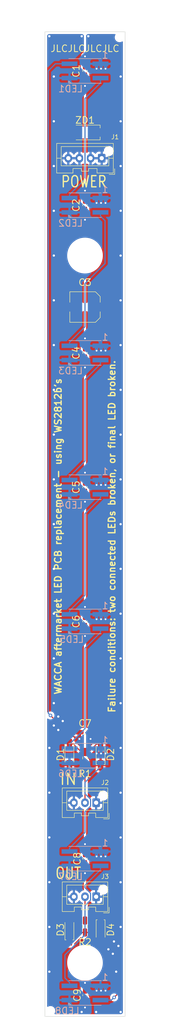
<source format=kicad_pcb>
(kicad_pcb (version 20211014) (generator pcbnew)
  (layers (0 "F.Cu" signal) (31 "B.Cu" signal) (34 "B.Paste" user) (35 "F.Paste" user) (36 "B.SilkS" user "B.Silkscreen") (37 "F.SilkS" user "F.Silkscreen") (38 "B.Mask" user) (39 "F.Mask" user) (44 "Edge.Cuts" user))
  (net 0 "")
  (net 1 "+5V")
  (net 2 "GND")
  (net 3 "Net-(D1-Pad1)")
  (net 4 "Net-(D3-Pad1)")
  (net 5 "Net-(LED1-Pad2)")
  (net 6 "Net-(LED2-Pad2)")
  (net 7 "Net-(LED3-Pad2)")
  (net 8 "Net-(LED4-Pad2)")
  (net 9 "/DATA IN")
  (net 10 "/DATA OUT")
  (net 11 "Net-(LED5-Pad2)")
  (net 12 "Net-(LED6-Pad2)")
  (net 13 "Net-(LED7-Pad2)")
  (footprint "ledpcb:C_0603_1608Metric" (layer "F.Cu") (at 112 205.25 -90)
    (fp_text reference "C9" (at 0 1.75 90) (layer "F.SilkS") (effects (font (size 1.5 1.5) (thickness 0.2))))
    (fp_text value "100nF")
    (fp_line (start -0.14058 -0.51) (end 0.14058 -0.51) (layer "F.SilkS") (width 0.12))
    (fp_line (start -0.14058 0.51) (end 0.14058 0.51) (layer "F.SilkS") (width 0.12))
    (pad "1" smd roundrect (at -1.2875 0 270) (size 1.925 0.95) (layers "F.Cu" "F.Paste" "F.Mask") (net 1 "+5V"))
    (pad "2" smd roundrect (at 1.2875 0 270) (size 1.925 0.95) (layers "F.Cu" "F.Paste" "F.Mask") (net 2 "GND"))
  )
  (footprint "ledpcb:D_SOD-123" (layer "F.Cu") (at 115.5 151.5 90)
    (fp_text reference "D2" (at 0 2.25 90) (layer "F.SilkS") (effects (font (size 1.5 1.5) (thickness 0.2))))
    (fp_text value "1N4148W")
    (fp_line (start -2.25 -1) (end -2.25 -0.75) (layer "F.SilkS") (width 0.12))
    (fp_line (start -2.25 1) (end -2.25 0.75) (layer "F.SilkS") (width 0.12))
    (fp_line (start -2.25 1) (end 1.65 1) (layer "F.SilkS") (width 0.12))
    (fp_line (start -2.25 -1) (end 1.65 -1) (layer "F.SilkS") (width 0.12))
    (pad "1" smd rect (at -2.35 0 90) (size 2.3 1.2) (layers "F.Cu" "F.Paste" "F.Mask") (net 1 "+5V"))
    (pad "2" smd rect (at 2.35 0 90) (size 2.3 1.2) (layers "F.Cu" "F.Paste" "F.Mask") (net 3 "Net-(D1-Pad1)"))
  )
  (footprint "ledpcb:D_SMA" (layer "F.Cu") (at 112 12.5 180)
    (fp_text reference "ZD1" (at 0 2.75) (layer "F.SilkS") (effects (font (size 1.5 1.5) (thickness 0.2))))
    (fp_text value "SMAZ5V6-13-F")
    (fp_line (start -3.4 1.65) (end -3.4 1) (layer "F.SilkS") (width 0.12))
    (fp_line (start -3.4 -1.65) (end 2 -1.65) (layer "F.SilkS") (width 0.12))
    (fp_line (start -3.4 1.65) (end 2 1.65) (layer "F.SilkS") (width 0.12))
    (fp_line (start -3.4 -1.65) (end -3.4 -1) (layer "F.SilkS") (width 0.12))
    (pad "1" smd rect (at -3 0 180) (size 4.5 1.8) (layers "F.Cu" "F.Paste" "F.Mask") (net 1 "+5V"))
    (pad "2" smd rect (at 3 0 180) (size 4.5 1.8) (layers "F.Cu" "F.Paste" "F.Mask") (net 2 "GND"))
  )
  (footprint "ledpcb:C_0603_1608Metric" (layer "F.Cu") (at 112 174.75 -90)
    (fp_text reference "C8" (at 0 1.75 90) (layer "F.SilkS") (effects (font (size 1.5 1.5) (thickness 0.2))))
    (fp_text value "100nF")
    (fp_line (start -0.14058 0.51) (end 0.14058 0.51) (layer "F.SilkS") (width 0.12))
    (fp_line (start -0.14058 -0.51) (end 0.14058 -0.51) (layer "F.SilkS") (width 0.12))
    (pad "1" smd roundrect (at -1.2875 0 270) (size 1.925 0.95) (layers "F.Cu" "F.Paste" "F.Mask") (net 1 "+5V"))
    (pad "2" smd roundrect (at 1.2875 0 270) (size 1.925 0.95) (layers "F.Cu" "F.Paste" "F.Mask") (net 2 "GND"))
  )
  (footprint "ledpcb:C_0603_1608Metric" (layer "F.Cu") (at 112 146.5 180)
    (fp_text reference "C7" (at 0 2) (layer "F.SilkS") (effects (font (size 1.5 1.5) (thickness 0.2))))
    (fp_text value "100nF")
    (fp_line (start -0.14058 0.51) (end 0.14058 0.51) (layer "F.SilkS") (width 0.12))
    (fp_line (start -0.14058 -0.51) (end 0.14058 -0.51) (layer "F.SilkS") (width 0.12))
    (pad "1" smd roundrect (at -1.2875 0 180) (size 1.925 0.95) (layers "F.Cu" "F.Paste" "F.Mask") (net 1 "+5V"))
    (pad "2" smd roundrect (at 1.2875 0 180) (size 1.925 0.95) (layers "F.Cu" "F.Paste" "F.Mask") (net 2 "GND"))
  )
  (footprint "ledpcb:C_0603_1608Metric" (layer "F.Cu") (at 112 121.75 -90)
    (fp_text reference "C6" (at 0 2 90) (layer "F.SilkS") (effects (font (size 1.5 1.5) (thickness 0.2))))
    (fp_text value "100nF")
    (fp_line (start -0.14058 0.51) (end 0.14058 0.51) (layer "F.SilkS") (width 0.12))
    (fp_line (start -0.14058 -0.51) (end 0.14058 -0.51) (layer "F.SilkS") (width 0.12))
    (pad "1" smd roundrect (at -1.2875 0 270) (size 1.925 0.95) (layers "F.Cu" "F.Paste" "F.Mask") (net 1 "+5V"))
    (pad "2" smd roundrect (at 1.2875 0 270) (size 1.925 0.95) (layers "F.Cu" "F.Paste" "F.Mask") (net 2 "GND"))
  )
  (footprint "ledpcb:MountingHole_3.2mm_M3" (layer "F.Cu") (at 112 198 -90)
    (fp_text reference "H2" hide)
    (fp_text value "4mm")
    (pad "" np_thru_hole circle (at 0 0 270) (size 4 4) (drill 4) (layers F&B.Cu *.Mask) (clearance 2))
  )
  (footprint "ledpcb:JST_XA_B04B-XASK-1-A_1x04_P2.50mm_Vertical" (layer "F.Cu") (at 112 18.25)
    (fp_text reference "J1" (at 6.75 -4.75) (layer "F.SilkS"))
    (fp_text value "JST_XA_B04B")
    (fp_line (start 6.66 3.61) (end 6.66 2.36) (layer "F.SilkS") (width 0.12))
    (fp_line (start -2.7 2.31) (end -0.8 2.31) (layer "F.SilkS") (width 0.12))
    (fp_line (start -0.8 2.31) (end -0.8 2.91) (layer "F.SilkS") (width 0.12))
    (fp_line (start -5.35 1.7) (end -5.35 -2.6) (layer "F.SilkS") (width 0.12))
    (fp_line (start -2.7 3.31) (end -2.7 2.31) (layer "F.SilkS") (width 0.12))
    (fp_line (start 6.36 -3.31) (end -6.36 -3.31) (layer "F.SilkS") (width 0.12))
    (fp_line (start 2.7 2.31) (end 2.7 3.31) (layer "F.SilkS") (width 0.12))
    (fp_line (start 5.35 1.7) (end -5.35 1.7) (layer "F.SilkS") (width 0.12))
    (fp_line (start 0.8 2.31) (end 2.7 2.31) (layer "F.SilkS") (width 0.12))
    (fp_line (start 5.35 -0.6) (end 5.35 1.7) (layer "F.SilkS") (width 0.12))
    (fp_line (start 6.36 3.31) (end 6.36 -3.31) (layer "F.SilkS") (width 0.12))
    (fp_line (start 0.8 2.91) (end 0.8 2.31) (layer "F.SilkS") (width 0.12))
    (fp_line (start 2.7 3.31) (end 6.36 3.31) (layer "F.SilkS") (width 0.12))
    (fp_line (start -5.35 -2.6) (end 5.35 -2.6) (layer "F.SilkS") (width 0.12))
    (fp_line (start 6.36 0) (end 5.35 0) (layer "F.SilkS") (width 0.12))
    (fp_line (start -0.8 2.91) (end 0.8 2.91) (layer "F.SilkS") (width 0.12))
    (fp_line (start -6.36 -3.31) (end -6.36 3.31) (layer "F.SilkS") (width 0.12))
    (fp_line (start 5.41 3.61) (end 6.66 3.61) (layer "F.SilkS") (width 0.12))
    (fp_line (start -6.36 3.31) (end -2.7 3.31) (layer "F.SilkS") (width 0.12))
    (fp_line (start -6.36 0) (end -5.35 0) (layer "F.SilkS") (width 0.12))
    (pad "" np_thru_hole circle (at 5.35 -1.6 180) (size 1.25 1.25) (drill 1.25) (layers *.Cu *.Mask))
    (pad "1" thru_hole roundrect (at 3.75 0 180) (size 1.7 1.95) (drill 0.95) (layers *.Cu *.Mask) (roundrect_rratio 0.1470588235) (net 1 "+5V"))
    (pad "2" thru_hole oval (at 1.25 0 180) (size 1.7 1.95) (drill 0.95) (layers *.Cu *.Mask) (net 1 "+5V"))
    (pad "3" thru_hole oval (at -1.25 0 180) (size 1.7 1.95) (drill 0.95) (layers *.Cu *.Mask) (net 2 "GND"))
    (pad "4" thru_hole oval (at -3.75 0 180) (size 1.7 1.95) (drill 0.95) (layers *.Cu *.Mask) (net 2 "GND"))
  )
  (footprint "ledpcb:JLCPCB PCBA tooling hole" (layer "F.Cu") (at 104.25 208.75)
    (fp_text reference "REF**" hide)
    (fp_text value "JLCPCB PCBA tooling hole")
    (pad "" np_thru_hole circle (at 0 0) (size 1.152 1.152) (drill 1.152) (layers F&B.Cu *.Mask))
  )
  (footprint "ledpcb:R_0603_1608Metric" (layer "F.Cu") (at 112 189.9 -90)
    (fp_text reference "R2" (at 3.5 0) (layer "F.SilkS") (effects (font (size 1.5 1.5) (thickness 0.2))))
    (fp_text value "220R")
    (fp_line (start -0.237258 -0.5225) (end 0.237258 -0.5225) (layer "F.SilkS") (width 0.12))
    (fp_line (start -0.237258 0.5225) (end 0.237258 0.5225) (layer "F.SilkS") (width 0.12))
    (pad "1" smd roundrect (at -1.3375 0 270) (size 1.825 0.95) (layers "F.Cu" "F.Paste" "F.Mask") (net 10 "/DATA OUT"))
    (pad "2" smd roundrect (at 1.3375 0 270) (size 1.825 0.95) (layers "F.Cu" "F.Paste" "F.Mask") (net 4 "Net-(D3-Pad1)"))
  )
  (footprint "ledpcb:C_0603_1608Metric" (layer "F.Cu") (at 112 28.75 -90)
    (fp_text reference "C2" (at 0 2 90) (layer "F.SilkS") (effects (font (size 1.5 1.5) (thickness 0.2))))
    (fp_text value "100nF")
    (fp_line (start -0.14058 0.51) (end 0.14058 0.51) (layer "F.SilkS") (width 0.12))
    (fp_line (start -0.14058 -0.51) (end 0.14058 -0.51) (layer "F.SilkS") (width 0.12))
    (pad "1" smd roundrect (at -1.2875 0 270) (size 1.925 0.95) (layers "F.Cu" "F.Paste" "F.Mask") (net 1 "+5V"))
    (pad "2" smd roundrect (at 1.2875 0 270) (size 1.925 0.95) (layers "F.Cu" "F.Paste" "F.Mask") (net 2 "GND"))
  )
  (footprint "ledpcb:D_SOD-123" (layer "F.Cu") (at 115.5 190.65 -90)
    (fp_text reference "D4" (at 0 -2.25 90) (layer "F.SilkS") (effects (font (size 1.5 1.5) (thickness 0.2))))
    (fp_text value "1N4148W")
    (fp_line (start -2.25 1) (end 1.65 1) (layer "F.SilkS") (width 0.12))
    (fp_line (start -2.25 -1) (end 1.65 -1) (layer "F.SilkS") (width 0.12))
    (fp_line (start -2.25 -1) (end -2.25 -0.75) (layer "F.SilkS") (width 0.12))
    (fp_line (start -2.25 1) (end -2.25 0.75) (layer "F.SilkS") (width 0.12))
    (pad "1" smd rect (at -2.35 0 270) (size 2.3 1.2) (layers "F.Cu" "F.Paste" "F.Mask") (net 1 "+5V"))
    (pad "2" smd rect (at 2.35 0 270) (size 2.3 1.2) (layers "F.Cu" "F.Paste" "F.Mask") (net 4 "Net-(D3-Pad1)"))
  )
  (footprint "ledpcb:C_0603_1608Metric" (layer "F.Cu") (at 112 91.75 -90)
    (fp_text reference "C5" (at 0 2 90) (layer "F.SilkS") (effects (font (size 1.5 1.5) (thickness 0.2))))
    (fp_text value "100nF")
    (fp_line (start -0.14058 0.51) (end 0.14058 0.51) (layer "F.SilkS") (width 0.12))
    (fp_line (start -0.14058 -0.51) (end 0.14058 -0.51) (layer "F.SilkS") (width 0.12))
    (pad "1" smd roundrect (at -1.2875 0 270) (size 1.925 0.95) (layers "F.Cu" "F.Paste" "F.Mask") (net 1 "+5V"))
    (pad "2" smd roundrect (at 1.2875 0 270) (size 1.925 0.95) (layers "F.Cu" "F.Paste" "F.Mask") (net 2 "GND"))
  )
  (footprint "ledpcb:D_SOD-123" (layer "F.Cu") (at 108.5 151.5 -90)
    (fp_text reference "D1" (at 0 2 90) (layer "F.SilkS") (effects (font (size 1.5 1.5) (thickness 0.2))))
    (fp_text value "1N4148W")
    (fp_line (start -2.25 1) (end 1.65 1) (layer "F.SilkS") (width 0.12))
    (fp_line (start -2.25 1) (end -2.25 0.75) (layer "F.SilkS") (width 0.12))
    (fp_line (start -2.25 -1) (end -2.25 -0.75) (layer "F.SilkS") (width 0.12))
    (fp_line (start -2.25 -1) (end 1.65 -1) (layer "F.SilkS") (width 0.12))
    (pad "1" smd rect (at -2.35 0 270) (size 2.3 1.2) (layers "F.Cu" "F.Paste" "F.Mask") (net 3 "Net-(D1-Pad1)"))
    (pad "2" smd rect (at 2.35 0 270) (size 2.3 1.2) (layers "F.Cu" "F.Paste" "F.Mask") (net 2 "GND"))
  )
  (footprint "ledpcb:C_0603_1608Metric" (layer "F.Cu") (at 112 -1.25 -90)
    (fp_text reference "C1" (at 0 2 90) (layer "F.SilkS") (effects (font (size 1.5 1.5) (thickness 0.2))))
    (fp_text value "100nF")
    (fp_line (start -0.14058 -0.51) (end 0.14058 -0.51) (layer "F.SilkS") (width 0.12))
    (fp_line (start -0.14058 0.51) (end 0.14058 0.51) (layer "F.SilkS") (width 0.12))
    (pad "1" smd roundrect (at -1.2875 0 270) (size 1.925 0.95) (layers "F.Cu" "F.Paste" "F.Mask") (net 1 "+5V"))
    (pad "2" smd roundrect (at 1.2875 0 270) (size 1.925 0.95) (layers "F.Cu" "F.Paste" "F.Mask") (net 2 "GND"))
  )
  (footprint "ledpcb:C_0603_1608Metric" (layer "F.Cu") (at 112 61.75 -90)
    (fp_text reference "C4" (at 0 2 90) (layer "F.SilkS") (effects (font (size 1.5 1.5) (thickness 0.2))))
    (fp_text value "100nF")
    (fp_line (start -0.14058 0.51) (end 0.14058 0.51) (layer "F.SilkS") (width 0.12))
    (fp_line (start -0.14058 -0.51) (end 0.14058 -0.51) (layer "F.SilkS") (width 0.12))
    (pad "1" smd roundrect (at -1.2875 0 270) (size 1.925 0.95) (layers "F.Cu" "F.Paste" "F.Mask") (net 1 "+5V"))
    (pad "2" smd roundrect (at 1.2875 0 270) (size 1.925 0.95) (layers "F.Cu" "F.Paste" "F.Mask") (net 2 "GND"))
  )
  (footprint "ledpcb:C_Elec_6.3x5.4" (layer "F.Cu") (at 112 51.5 180)
    (fp_text reference "C3" (at 0 5.5) (layer "F.SilkS") (effects (font (size 1.5 1.5) (thickness 0.2))))
    (fp_text value "22uF")
    (fp_line (start -2.345563 3.41) (end 3.41 3.41) (layer "F.SilkS") (width 0.12))
    (fp_line (start -3.41 2.345563) (end -2.345563 3.41) (layer "F.SilkS") (width 0.12))
    (fp_line (start 3.41 3.41) (end 3.41 1.06) (layer "F.SilkS") (width 0.12))
    (fp_line (start 3.41 -3.41) (end 3.41 -1.06) (layer "F.SilkS") (width 0.12))
    (fp_line (start -2.345563 -3.41) (end 3.41 -3.41) (layer "F.SilkS") (width 0.12))
    (fp_line (start -3.41 -2.345563) (end -2.345563 -3.41) (layer "F.SilkS") (width 0.12))
    (fp_line (start -3.41 2.345563) (end -3.41 1.06) (layer "F.SilkS") (width 0.12))
    (fp_line (start -3.41 -2.345563) (end -3.41 -1.06) (layer "F.SilkS") (width 0.12))
    (pad "1" smd roundrect (at -3.5625 0 180) (size 5.375 1.6) (layers "F.Cu" "F.Paste" "F.Mask") (roundrect_rratio 0.15625) (net 1 "+5V"))
    (pad "2" smd roundrect (at 3.5625 0 180) (size 5.375 1.6) (layers "F.Cu" "F.Paste" "F.Mask") (roundrect_rratio 0.15625) (net 2 "GND"))
  )
  (footprint "ledpcb:MountingHole_3.2mm_M3" (layer "F.Cu") (at 112 40 -90)
    (fp_text reference "H1" hide)
    (fp_text value "4mm")
    (pad "" np_thru_hole circle (at 0 0 270) (size 4 4) (drill 4) (layers F&B.Cu *.Mask) (clearance 2))
  )
  (footprint "ledpcb:D_SOD-123" (layer "F.Cu") (at 108.5 190.65 90)
    (fp_text reference "D3" (at 0 -2 90) (layer "F.SilkS") (effects (font (size 1.5 1.5) (thickness 0.2))))
    (fp_text value "1N4148W")
    (fp_line (start -2.25 -1) (end 1.65 -1) (layer "F.SilkS") (width 0.12))
    (fp_line (start -2.25 1) (end -2.25 0.75) (layer "F.SilkS") (width 0.12))
    (fp_line (start -2.25 1) (end 1.65 1) (layer "F.SilkS") (width 0.12))
    (fp_line (start -2.25 -1) (end -2.25 -0.75) (layer "F.SilkS") (width 0.12))
    (pad "1" smd rect (at -2.35 0 90) (size 2.3 1.2) (layers "F.Cu" "F.Paste" "F.Mask") (net 4 "Net-(D3-Pad1)"))
    (pad "2" smd rect (at 2.35 0 90) (size 2.3 1.2) (layers "F.Cu" "F.Paste" "F.Mask") (net 2 "GND"))
  )
  (footprint "ledpcb:JST_XA_B03B-XASK-1-A_1x03_P2.50mm_Vertical" (layer "F.Cu") (at 112 183.25)
    (fp_text reference "J3" (at 4.5 -4.5) (layer "F.SilkS"))
    (fp_text value "JST_XA_B03B")
    (fp_line (start 5.41 3.61) (end 5.41 2.36) (layer "F.SilkS") (width 0.12))
    (fp_line (start 0.8 2.31) (end 2.4 2.31) (layer "F.SilkS") (width 0.12))
    (fp_line (start -5.11 0) (end -4.1 0) (layer "F.SilkS") (width 0.12))
    (fp_line (start 4.1 1.7) (end -4.1 1.7) (layer "F.SilkS") (width 0.12))
    (fp_line (start -4.1 1.7) (end -4.1 -2.6) (layer "F.SilkS") (width 0.12))
    (fp_line (start 5.11 3.31) (end 5.11 -3.31) (layer "F.SilkS") (width 0.12))
    (fp_line (start 5.11 -3.31) (end -5.11 -3.31) (layer "F.SilkS") (width 0.12))
    (fp_line (start 2.4 3.31) (end 5.11 3.31) (layer "F.SilkS") (width 0.12))
    (fp_line (start -5.11 -3.31) (end -5.11 3.31) (layer "F.SilkS") (width 0.12))
    (fp_line (start -4.1 -2.6) (end 4.1 -2.6) (layer "F.SilkS") (width 0.12))
    (fp_line (start -0.8 2.31) (end -0.8 2.91) (layer "F.SilkS") (width 0.12))
    (fp_line (start 5.11 0) (end 4.1 0) (layer "F.SilkS") (width 0.12))
    (fp_line (start -5.11 3.31) (end -2.4 3.31) (layer "F.SilkS") (width 0.12))
    (fp_line (start 4.16 3.61) (end 5.41 3.61) (layer "F.SilkS") (width 0.12))
    (fp_line (start -0.8 2.91) (end 0.8 2.91) (layer "F.SilkS") (width 0.12))
    (fp_line (start 0.8 2.91) (end 0.8 2.31) (layer "F.SilkS") (width 0.12))
    (fp_line (start 4.1 -0.6) (end 4.1 1.7) (layer "F.SilkS") (width 0.12))
    (fp_line (start -2.4 2.31) (end -0.8 2.31) (layer "F.SilkS") (width 0.12))
    (fp_line (start 2.4 2.31) (end 2.4 3.31) (layer "F.SilkS") (width 0.12))
    (fp_line (start -2.4 3.31) (end -2.4 2.31) (layer "F.SilkS") (width 0.12))
    (pad "" np_thru_hole circle (at 4.1 -1.6 180) (size 1.25 1.25) (drill 1.25) (layers *.Cu *.Mask))
    (pad "1" thru_hole roundrect (at 2.5 0 180) (size 1.7 1.95) (drill 0.95) (layers *.Cu *.Mask) (roundrect_rratio 0.1470588235) (net 1 "+5V"))
    (pad "2" thru_hole oval (at 0 0 180) (size 1.7 1.95) (drill 0.95) (layers *.Cu *.Mask) (net 10 "/DATA OUT"))
    (pad "3" thru_hole oval (at -2.5 0 180) (size 1.7 1.95) (drill 0.95) (layers *.Cu *.Mask) (net 2 "GND"))
  )
  (footprint "ledpcb:JST_XA_B03B-XASK-1-A_1x03_P2.50mm_Vertical" (layer "F.Cu") (at 112 162.25)
    (fp_text reference "J2" (at 4.5 -4.5) (layer "F.SilkS"))
    (fp_text value "JST_XA_B03B")
    (fp_line (start 4.1 1.7) (end -4.1 1.7) (layer "F.SilkS") (width 0.12))
    (fp_line (start -2.4 2.31) (end -0.8 2.31) (layer "F.SilkS") (width 0.12))
    (fp_line (start -2.4 3.31) (end -2.4 2.31) (layer "F.SilkS") (width 0.12))
    (fp_line (start -5.11 -3.31) (end -5.11 3.31) (layer "F.SilkS") (width 0.12))
    (fp_line (start 0.8 2.91) (end 0.8 2.31) (layer "F.SilkS") (width 0.12))
    (fp_line (start -4.1 -2.6) (end 4.1 -2.6) (layer "F.SilkS") (width 0.12))
    (fp_line (start 4.16 3.61) (end 5.41 3.61) (layer "F.SilkS") (width 0.12))
    (fp_line (start -5.11 3.31) (end -2.4 3.31) (layer "F.SilkS") (width 0.12))
    (fp_line (start 0.8 2.31) (end 2.4 2.31) (layer "F.SilkS") (width 0.12))
    (fp_line (start 2.4 3.31) (end 5.11 3.31) (layer "F.SilkS") (width 0.12))
    (fp_line (start -0.8 2.91) (end 0.8 2.91) (layer "F.SilkS") (width 0.12))
    (fp_line (start 5.11 0) (end 4.1 0) (layer "F.SilkS") (width 0.12))
    (fp_line (start -5.11 0) (end -4.1 0) (layer "F.SilkS") (width 0.12))
    (fp_line (start 5.11 -3.31) (end -5.11 -3.31) (layer "F.SilkS") (width 0.12))
    (fp_line (start -4.1 1.7) (end -4.1 -2.6) (layer "F.SilkS") (width 0.12))
    (fp_line (start -0.8 2.31) (end -0.8 2.91) (layer "F.SilkS") (width 0.12))
    (fp_line (start 5.11 3.31) (end 5.11 -3.31) (layer "F.SilkS") (width 0.12))
    (fp_line (start 5.41 3.61) (end 5.41 2.36) (layer "F.SilkS") (width 0.12))
    (fp_line (start 4.1 -0.6) (end 4.1 1.7) (layer "F.SilkS") (width 0.12))
    (fp_line (start 2.4 2.31) (end 2.4 3.31) (layer "F.SilkS") (width 0.12))
    (pad "" np_thru_hole circle (at 4.1 -1.6 180) (size 1.25 1.25) (drill 1.25) (layers *.Cu *.Mask))
    (pad "1" thru_hole roundrect (at 2.5 0 180) (size 1.7 1.95) (drill 0.95) (layers *.Cu *.Mask) (roundrect_rratio 0.1470588235) (net 1 "+5V"))
    (pad "2" thru_hole oval (at 0 0 180) (size 1.7 1.95) (drill 0.95) (layers *.Cu *.Mask) (net 9 "/DATA IN"))
    (pad "3" thru_hole oval (at -2.5 0 180) (size 1.7 1.95) (drill 0.95) (layers *.Cu *.Mask) (net 2 "GND"))
  )
  (footprint "ledpcb:R_0603_1608Metric" (layer "F.Cu") (at 112 152.25 90)
    (fp_text reference "R1" (at -3.5 0) (layer "F.SilkS") (effects (font (size 1.5 1.5) (thickness 0.2))))
    (fp_text value "220R")
    (fp_line (start -0.237258 -0.5225) (end 0.237258 -0.5225) (layer "F.SilkS") (width 0.12))
    (fp_line (start -0.237258 0.5225) (end 0.237258 0.5225) (layer "F.SilkS") (width 0.12))
    (pad "1" smd roundrect (at -1.3375 0 90) (size 1.825 0.95) (layers "F.Cu" "F.Paste" "F.Mask") (net 9 "/DATA IN"))
    (pad "2" smd roundrect (at 1.3375 0 90) (size 1.825 0.95) (layers "F.Cu" "F.Paste" "F.Mask") (net 3 "Net-(D1-Pad1)"))
  )
  (footprint "ledpcb:JLCPCB PCBA tooling hole" (layer "F.Cu") (at 119.75 -8.75)
    (fp_text reference "REF**" hide)
    (fp_text value "JLCPCB PCBA tooling hole")
    (pad "" np_thru_hole circle (at 0 0) (size 1.152 1.152) (drill 1.152) (layers F&B.Cu *.Mask))
  )
  (footprint "ledpcb:LED_WS2812B_PLCC4_5.0x5.0mm_P3.2mm" (layer "B.Cu") (at 112 28.75)
    (fp_text reference "LED2" (at -3.25 4) (layer "B.SilkS") (effects (font (size 1.5 1.5) (thickness 0.2)) (justify mirror)))
    (fp_text value "WS2812B")
    (fp_text user "1" (at 4.5 -3.5) (layer "B.SilkS") (effects (font (size 1.5 1.5) (thickness 0.2)) (justify mirror)))
    (fp_line (start -3.65 2.75) (end -3.65 2.25) (layer "B.SilkS") (width 0.12))
    (fp_line (start -3.15 2.75) (end -3.65 2.25) (layer "B.SilkS") (width 0.12))
    (fp_line (start 3.65 -2.75) (end -3.65 -2.75) (layer "B.SilkS") (width 0.12))
    (fp_line (start 3.65 2.75) (end -3.65 2.75) (layer "B.SilkS") (width 0.12))
    (pad "1" smd rect (at 3.475 -1.6 180) (size 3.55 1) (layers "B.Cu" "B.Paste" "B.Mask") (net 1 "+5V"))
    (pad "2" smd rect (at 3.475 1.6 180) (size 3.55 1) (layers "B.Cu" "B.Paste" "B.Mask") (net 6 "Net-(LED2-Pad2)"))
    (pad "3" smd rect (at -3.475 1.6 180) (size 3.55 1) (layers "B.Cu" "B.Paste" "B.Mask") (net 2 "GND"))
    (pad "4" smd rect (at -3.475 -1.6 180) (size 3.55 1) (layers "B.Cu" "B.Paste" "B.Mask") (net 5 "Net-(LED1-Pad2)"))
  )
  (footprint "ledpcb:LED_WS2812B_PLCC4_5.0x5.0mm_P3.2mm" (layer "B.Cu") (at 112 61.75)
    (fp_text reference "LED3" (at -3.25 4) (layer "B.SilkS") (effects (font (size 1.5 1.5) (thickness 0.2)) (justify mirror)))
    (fp_text value "WS2812B")
    (fp_text user "1" (at 4.5 -3.5) (layer "B.SilkS") (effects (font (size 1.5 1.5) (thickness 0.2)) (justify mirror)))
    (fp_line (start 3.65 -2.75) (end -3.65 -2.75) (layer "B.SilkS") (width 0.12))
    (fp_line (start 3.65 2.75) (end -3.65 2.75) (layer "B.SilkS") (width 0.12))
    (fp_line (start -3.15 2.75) (end -3.65 2.25) (layer "B.SilkS") (width 0.12))
    (fp_line (start -3.65 2.75) (end -3.65 2.25) (layer "B.SilkS") (width 0.12))
    (pad "1" smd rect (at 3.475 -1.6 180) (size 3.55 1) (layers "B.Cu" "B.Paste" "B.Mask") (net 1 "+5V"))
    (pad "2" smd rect (at 3.475 1.6 180) (size 3.55 1) (layers "B.Cu" "B.Paste" "B.Mask") (net 7 "Net-(LED3-Pad2)"))
    (pad "3" smd rect (at -3.475 1.6 180) (size 3.55 1) (layers "B.Cu" "B.Paste" "B.Mask") (net 2 "GND"))
    (pad "4" smd rect (at -3.475 -1.6 180) (size 3.55 1) (layers "B.Cu" "B.Paste" "B.Mask") (net 6 "Net-(LED2-Pad2)"))
  )
  (footprint "ledpcb:LED_WS2812B_PLCC4_5.0x5.0mm_P3.2mm" (layer "B.Cu") (at 112 121.75)
    (fp_text reference "LED5" (at -3 4) (layer "B.SilkS") (effects (font (size 1.5 1.5) (thickness 0.2)) (justify mirror)))
    (fp_text value "WS2812B")
    (fp_text user "1" (at 4.5 -3.5) (layer "B.SilkS") (effects (font (size 1.5 1.5) (thickness 0.2)) (justify mirror)))
    (fp_line (start 3.65 2.75) (end -3.65 2.75) (layer "B.SilkS") (width 0.12))
    (fp_line (start -3.65 2.75) (end -3.65 2.25) (layer "B.SilkS") (width 0.12))
    (fp_line (start -3.15 2.75) (end -3.65 2.25) (layer "B.SilkS") (width 0.12))
    (fp_line (start 3.65 -2.75) (end -3.65 -2.75) (layer "B.SilkS") (width 0.12))
    (pad "1" smd rect (at 3.475 -1.6 180) (size 3.55 1) (layers "B.Cu" "B.Paste" "B.Mask") (net 1 "+5V"))
    (pad "2" smd rect (at 3.475 1.6 180) (size 3.55 1) (layers "B.Cu" "B.Paste" "B.Mask") (net 11 "Net-(LED5-Pad2)"))
    (pad "3" smd rect (at -3.475 1.6 180) (size 3.55 1) (layers "B.Cu" "B.Paste" "B.Mask") (net 2 "GND"))
    (pad "4" smd rect (at -3.475 -1.6 180) (size 3.55 1) (layers "B.Cu" "B.Paste" "B.Mask") (net 8 "Net-(LED4-Pad2)"))
  )
  (footprint "ledpcb:LED_WS2812B_PLCC4_5.0x5.0mm_P3.2mm" (layer "B.Cu") (at 112 91.75)
    (fp_text reference "LED4" (at -3.25 4) (layer "B.SilkS") (effects (font (size 1.5 1.5) (thickness 0.2)) (justify mirror)))
    (fp_text value "WS2812B")
    (fp_text user "1" (at 4.5 -3.5) (layer "B.SilkS") (effects (font (size 1.5 1.5) (thickness 0.2)) (justify mirror)))
    (fp_line (start -3.65 2.75) (end -3.65 2.25) (layer "B.SilkS") (width 0.12))
    (fp_line (start 3.65 2.75) (end -3.65 2.75) (layer "B.SilkS") (width 0.12))
    (fp_line (start -3.15 2.75) (end -3.65 2.25) (layer "B.SilkS") (width 0.12))
    (fp_line (start 3.65 -2.75) (end -3.65 -2.75) (layer "B.SilkS") (width 0.12))
    (pad "1" smd rect (at 3.475 -1.6 180) (size 3.55 1) (layers "B.Cu" "B.Paste" "B.Mask") (net 1 "+5V"))
    (pad "2" smd rect (at 3.475 1.6 180) (size 3.55 1) (layers "B.Cu" "B.Paste" "B.Mask") (net 8 "Net-(LED4-Pad2)"))
    (pad "3" smd rect (at -3.475 1.6 180) (size 3.55 1) (layers "B.Cu" "B.Paste" "B.Mask") (net 2 "GND"))
    (pad "4" smd rect (at -3.475 -1.6 180) (size 3.55 1) (layers "B.Cu" "B.Paste" "B.Mask") (net 7 "Net-(LED3-Pad2)"))
  )
  (footprint "ledpcb:LED_WS2812B_PLCC4_5.0x5.0mm_P3.2mm" (layer "B.Cu") (at 112 151.75)
    (fp_text reference "LED6" (at -3.25 4) (layer "B.SilkS") (effects (font (size 1.5 1.5) (thickness 0.2)) (justify mirror)))
    (fp_text value "WS2812B")
    (fp_text user "1" (at 4.5 -3.5) (layer "B.SilkS") (effects (font (size 1.5 1.5) (thickness 0.2)) (justify mirror)))
    (fp_line (start -3.15 2.75) (end -3.65 2.25) (layer "B.SilkS") (width 0.12))
    (fp_line (start 3.65 -2.75) (end -3.65 -2.75) (layer "B.SilkS") (width 0.12))
    (fp_line (start -3.65 2.75) (end -3.65 2.25) (layer "B.SilkS") (width 0.12))
    (fp_line (start 3.65 2.75) (end -3.65 2.75) (layer "B.SilkS") (width 0.12))
    (pad "1" smd rect (at 3.475 -1.6 180) (size 3.55 1) (layers "B.Cu" "B.Paste" "B.Mask") (net 1 "+5V"))
    (pad "2" smd rect (at 3.475 1.6 180) (size 3.55 1) (layers "B.Cu" "B.Paste" "B.Mask") (net 12 "Net-(LED6-Pad2)"))
    (pad "3" smd rect (at -3.475 1.6 180) (size 3.55 1) (layers "B.Cu" "B.Paste" "B.Mask") (net 2 "GND"))
    (pad "4" smd rect (at -3.475 -1.6 180) (size 3.55 1) (layers "B.Cu" "B.Paste" "B.Mask") (net 11 "Net-(LED5-Pad2)"))
  )
  (footprint "ledpcb:LED_WS2812B_PLCC4_5.0x5.0mm_P3.2mm" (layer "B.Cu") (at 112 -1.25)
    (fp_text reference "LED1" (at -3.25 4) (layer "B.SilkS") (effects (font (size 1.5 1.5) (thickness 0.2)) (justify mirror)))
    (fp_text value "WS2812B")
    (fp_text user "1" (at 4.5 -3.5) (layer "B.SilkS") (effects (font (size 1.5 1.5) (thickness 0.2)) (justify mirror)))
    (fp_line (start 3.65 2.75) (end -3.65 2.75) (layer "B.SilkS") (width 0.12))
    (fp_line (start 3.65 -2.75) (end -3.65 -2.75) (layer "B.SilkS") (width 0.12))
    (fp_line (start -3.15 2.75) (end -3.65 2.25) (layer "B.SilkS") (width 0.12))
    (fp_line (start -3.65 2.75) (end -3.65 2.25) (layer "B.SilkS") (width 0.12))
    (pad "1" smd rect (at 3.475 -1.6 180) (size 3.55 1) (layers "B.Cu" "B.Paste" "B.Mask") (net 1 "+5V"))
    (pad "2" smd rect (at 3.475 1.6 180) (size 3.55 1) (layers "B.Cu" "B.Paste" "B.Mask") (net 5 "Net-(LED1-Pad2)"))
    (pad "3" smd rect (at -3.475 1.6 180) (size 3.55 1) (layers "B.Cu" "B.Paste" "B.Mask") (net 2 "GND"))
    (pad "4" smd rect (at -3.475 -1.6 180) (size 3.55 1) (layers "B.Cu" "B.Paste" "B.Mask") (net 3 "Net-(D1-Pad1)"))
  )
  (footprint "ledpcb:LED_WS2812B_PLCC4_5.0x5.0mm_P3.2mm" (layer "B.Cu") (at 112 204.75)
    (fp_text reference "LED8" (at -4 4) (layer "B.SilkS") (effects (font (size 1.5 1.5) (thickness 0.2)) (justify mirror)))
    (fp_text value "WS2812B")
    (fp_text user "1" (at 4.5 -3.5) (layer "B.SilkS") (effects (font (size 1.5 1.5) (thickness 0.2)) (justify mirror)))
    (fp_line (start -3.65 2.75) (end -3.65 2.25) (layer "B.SilkS") (width 0.12))
    (fp_line (start -3.15 2.75) (end -3.65 2.25) (layer "B.SilkS") (width 0.12))
    (fp_line (start 3.65 2.75) (end -3.65 2.75) (layer "B.SilkS") (width 0.12))
    (fp_line (start 3.65 -2.75) (end -3.65 -2.75) (layer "B.SilkS") (width 0.12))
    (pad "1" smd rect (at 3.475 -1.6 180) (size 3.55 1) (layers "B.Cu" "B.Paste" "B.Mask") (net 1 "+5V"))
    (pad "2" smd rect (at 3.475 1.6 180) (size 3.55 1) (layers "B.Cu" "B.Paste" "B.Mask") (net 4 "Net-(D3-Pad1)"))
    (pad "3" smd rect (at -3.475 1.6 180) (size 3.55 1) (layers "B.Cu" "B.Paste" "B.Mask") (net 2 "GND"))
    (pad "4" smd rect (at -3.475 -1.6 180) (size 3.55 1) (layers "B.Cu" "B.Paste" "B.Mask") (net 13 "Net-(LED7-Pad2)"))
  )
  (footprint "ledpcb:LED_WS2812B_PLCC4_5.0x5.0mm_P3.2mm" (layer "B.Cu") (at 112 174.75)
    (fp_text reference "LED7" (at -3.25 4) (layer "B.SilkS") (effects (font (size 1.5 1.5) (thickness 0.2)) (justify mirror)))
    (fp_text value "WS2812B")
    (fp_text user "1" (at 4.5 -3.5) (layer "B.SilkS") (effects (font (size 1.5 1.5) (thickness 0.2)) (justify mirror)))
    (fp_line (start -3.65 2.75) (end -3.65 2.25) (layer "B.SilkS") (width 0.12))
    (fp_line (start 3.65 -2.75) (end -3.65 -2.75) (layer "B.SilkS") (width 0.12))
    (fp_line (start 3.65 2.75) (end -3.65 2.75) (layer "B.SilkS") (width 0.12))
    (fp_line (start -3.15 2.75) (end -3.65 2.25) (layer "B.SilkS") (width 0.12))
    (pad "1" smd rect (at 3.475 -1.6 180) (size 3.55 1) (layers "B.Cu" "B.Paste" "B.Mask") (net 1 "+5V"))
    (pad "2" smd rect (at 3.475 1.6 180) (size 3.55 1) (layers "B.Cu" "B.Paste" "B.Mask") (net 13 "Net-(LED7-Pad2)"))
    (pad "3" smd rect (at -3.475 1.6 180) (size 3.55 1) (layers "B.Cu" "B.Paste" "B.Mask") (net 2 "GND"))
    (pad "4" smd rect (at -3.475 -1.6 180) (size 3.55 1) (layers "B.Cu" "B.Paste" "B.Mask") (net 12 "Net-(LED6-Pad2)"))
  )
  (gr_rect (start 121 -10) (end 103 210) (layer "Edge.Cuts") (width 0.1) (fill none))
  (gr_text "POWER\n" (at 111.75 23.5) (layer "F.SilkS") (effects (font (size 2.5 2) (thickness 0.3))))
  (gr_text "IN" (at 108.25 157) (layer "F.SilkS") (effects (font (size 2.5 2.5) (thickness 0.3))))
  (gr_text "OUT\n" (at 108.25 178) (layer "F.SilkS") (effects (font (size 2.5 2) (thickness 0.3))))
  (gr_text "JLCJLCJLCJLC" (at 112 -6.25) (layer "F.SilkS") (effects (font (size 1.5 1.5) (thickness 0.2))))
  (gr_text "WACCA aftermarket LED PCB replacement - using WS2812b's\n\n\n\n\nFailure conditions: two connected LEDs broken, or final LED broken." (at 112 102.75 90) (layer "F.SilkS") (effects (font (size 1.5 1.5) (thickness 0.3))))
  (segment (start 112 90.4625) (end 112 88.5) (width 0.8) (layer "F.Cu") (net 1))
  (segment (start 112 173.4625) (end 112 171.5) (width 0.8) (layer "F.Cu") (net 1))
  (segment (start 113.25 148) (end 113.25 146.5375) (width 0.8) (layer "F.Cu") (net 1))
  (segment (start 112 120.4625) (end 112 118.5) (width 0.8) (layer "F.Cu") (net 1))
  (segment (start 113.25 146.5375) (end 113.2875 146.5) (width 0.8) (layer "F.Cu") (net 1))
  (segment (start 112 27.4625) (end 112 25.5) (width 0.8) (layer "F.Cu") (net 1))
  (segment (start 112 60.4625) (end 112 58.5) (width 0.8) (layer "F.Cu") (net 1))
  (segment (start 112 -2.5375) (end 112 -4.5) (width 0.8) (layer "F.Cu") (net 1))
  (segment (start 112 202.5) (end 112 203.4625) (width 0.8) (layer "F.Cu") (net 1))
  (via (at 115.6 151.25) (size 0.8) (drill 0.4) (layers "F.Cu" "B.Cu") (net 1))
  (via (at 114.6 204.25) (size 0.8) (drill 0.4) (layers "F.Cu" "B.Cu") (net 1))
  (via (at 114.6 -1.75) (size 0.8) (drill 0.4) (layers "F.Cu" "B.Cu") (net 1))
  (via (at 116.6 28.25) (size 0.8) (drill 0.4) (layers "F.Cu" "B.Cu") (net 1))
  (via (at 120 190) (size 1) (drill 0.5) (layers "F.Cu" "B.Cu") (net 1))
  (via (at 116.6 61.25) (size 0.8) (drill 0.4) (layers "F.Cu" "B.Cu") (net 1))
  (via (at 120.012191 29.990058) (size 1) (drill 0.5) (layers "F.Cu" "B.Cu") (net 1))
  (via (at 114.6 121.25) (size 0.8) (drill 0.4) (layers "F.Cu" "B.Cu") (net 1))
  (via (at 119.987809 130.009942) (size 1) (drill 0.5) (layers "F.Cu" "B.Cu") (net 1))
  (via (at 118.25 196) (size 1) (drill 0.5) (layers "F.Cu" "B.Cu") (net 1))
  (via (at 118.5 193.25) (size 1) (drill 0.5) (layers "F.Cu" "B.Cu") (net 1))
  (via (at 120 20) (size 1) (drill 0.5) (layers "F.Cu" "B.Cu") (net 1))
  (via (at 112 118.5) (size 0.8) (drill 0.4) (layers "F.Cu" "B.Cu") (net 1))
  (via (at 112 25.5) (size 0.8) (drill 0.4) (layers "F.Cu" "B.Cu") (net 1))
  (via (at 115.6 91.25) (size 0.8) (drill 0.4) (layers "F.Cu" "B.Cu") (net 1))
  (via (at 119.987809 50.009942) (size 1) (drill 0.5) (layers "F.Cu" "B.Cu") (net 1))
  (via (at 119.987809 180.009942) (size 1) (drill 0.5) (layers "F.Cu" "B.Cu") (net 1))
  (via (at 116.6 174.25) (size 0.8) (drill 0.4) (layers "F.Cu" "B.Cu") (net 1))
  (via (at 119.987809 160.009942) (size 1) (drill 0.5) (layers "F.Cu" "B.Cu") (net 1))
  (via (at 112 202.5) (size 0.8) (drill 0.4) (layers "F.Cu" "B.Cu") (net 1))
  (via (at 115.6 28.25) (size 0.8) (drill 0.4) (layers "F.Cu" "B.Cu") (net 1))
  (via (at 112 171.5) (size 0.8) (drill 0.4) (layers "F.Cu" "B.Cu") (net 1))
  (via (at 115.6 204.25) (size 0.8) (drill 0.4) (layers "F.Cu" "B.Cu") (net 1))
  (via (at 113.25 148) (size 0.8) (drill 0.4) (layers "F.Cu" "B.Cu") (net 1))
  (via (at 119.987809 80.009942) (size 1) (drill 0.5) (layers "F.Cu" "B.Cu") (net 1))
  (via (at 120 209) (size 1) (drill 0.5) (layers "F.Cu" "B.Cu") (net 1))
  (via (at 120 150) (size 1) (drill 0.5) (layers "F.Cu" "B.Cu") (net 1))
  (via (at 120 10) (size 1) (drill 0.5) (layers "F.Cu" "B.Cu") (net 1))
  (via (at 114.6 91.25) (size 0.8) (drill 0.4) (layers "F.Cu" "B.Cu") (net 1))
  (via (at 114.6 28.25) (size 0.8) (drill 0.4) (layers "F.Cu" "B.Cu") (net 1))
  (via (at 119.987809 90.009942) (size 1) (drill 0.5) (layers "F.Cu" "B.Cu") (net 1))
  (via (at 112 88.5) (size 0.8) (drill 0.4) (layers "F.Cu" "B.Cu") (net 1))
  (via (at 116.6 151.25) (size 0.8) (drill 0.4) (layers "F.Cu" "B.Cu") (net 1))
  (via (at 112 -4.5) (size 0.8) (drill 0.4) (layers "F.Cu" "B.Cu") (net 1))
  (via (at 115.6 -1.75) (size 0.8) (drill 0.4) (layers "F.Cu" "B.Cu") (net 1))
  (via (at 116.6 91.25) (size 0.8) (drill 0.4) (layers "F.Cu" "B.Cu") (net 1))
  (via (at 115.6 174.25) (size 0.8) (drill 0.4) (layers "F.Cu" "B.Cu") (net 1))
  (via (at 119.987809 140.009942) (size 1) (drill 0.5) (layers "F.Cu" "B.Cu") (net 1))
  (via (at 112.75 -9) (size 1) (drill 0.5) (layers "F.Cu" "B.Cu") (net 1))
  (via (at 119.987809 170.009942) (size 1) (drill 0.5) (layers "F.Cu" "B.Cu") (net 1))
  (via (at 119.987809 60.009942) (size 1) (drill 0.5) (layers "F.Cu" "B.Cu") (net 1))
  (via (at 112 58.5) (size 0.8) (drill 0.4) (layers "F.Cu" "B.Cu") (net 1))
  (via (at 119 200) (size 1) (drill 0.5) (layers "F.Cu" "B.Cu") (net 1))
  (via (at 114.5 209) (size 1) (drill 0.5) (layers "F.Cu" "B.Cu") (net 1))
  (via (at 119.987809 40.009942) (size 1) (drill 0.5) (layers "F.Cu" "B.Cu") (net 1))
  (via (at 119.5 194.25) (size 1) (drill 0.5) (layers "F.Cu" "B.Cu") (net 1))
  (via (at 120 70) (size 1) (drill 0.5) (layers "F.Cu" "B.Cu") (net 1))
  (via (at 120 110) (size 1) (drill 0.5) (layers "F.Cu" "B.Cu") (net 1))
  (via (at 114.6 151.25) (size 0.8) (drill 0.4) (layers "F.Cu" "B.Cu") (net 1))
  (via (at 115.6 121.25) (size 0.8) (drill 0.4) (layers "F.Cu" "B.Cu") (net 1))
  (via (at 119.987809 100.009942) (size 1) (drill 0.5) (layers "F.Cu" "B.Cu") (net 1))
  (via (at 119.987809 120.009942) (size 1) (drill 0.5) (layers "F.Cu" "B.Cu") (net 1))
  (via (at 120 0) (size 1) (drill 0.5) (layers "F.Cu" "B.Cu") (net 1))
  (via (at 114.6 61.25) (size 0.8) (drill 0.4) (layers "F.Cu" "B.Cu") (net 1))
  (via (at 114.6 174.25) (size 0.8) (drill 0.4) (layers "F.Cu" "B.Cu") (net 1))
  (via (at 116.6 -1.75) (size 0.8) (drill 0.4) (layers "F.Cu" "B.Cu") (net 1))
  (via (at 116.6 121.25) (size 0.8) (drill 0.4) (layers "F.Cu" "B.Cu") (net 1))
  (via (at 117.25 195) (size 1) (drill 0.5) (layers "F.Cu" "B.Cu") (net 1))
  (via (at 116.6 204.25) (size 0.8) (drill 0.4) (layers "F.Cu" "B.Cu") (net 1))
  (via (at 115.6 61.25) (size 0.8) (drill 0.4) (layers "F.Cu" "B.Cu") (net 1))
  (segment (start 115.475 59.175) (end 115.475 60.15) (width 0.8) (layer "B.Cu") (net 1))
  (segment (start 113.25 148) (end 112.75 148.5) (width 0.8) (layer "B.Cu") (net 1))
  (segment (start 113.4 150.15) (end 115.475 150.15) (width 0.8) (layer "B.Cu") (net 1))
  (segment (start 116.6 151.25) (end 116.6 150.675) (width 0.8) (layer "B.Cu") (net 1))
  (segment (start 116.6 91.25) (end 116.6 90.675) (width 0.8) (layer "B.Cu") (net 1))
  (segment (start 114.8 -4.5) (end 115.475 -3.825) (width 0.8) (layer "B.Cu") (net 1))
  (segment (start 116.6 61.25) (end 116.6 60.675) (width 0.8) (layer "B.Cu") (net 1))
  (segment (start 112 -4.5) (end 114.8 -4.5) (width 0.8) (layer "B.Cu") (net 1))
  (segment (start 112 118.5) (end 114.70625 118.5) (width 0.8) (layer "B.Cu") (net 1))
  (segment (start 116.6 204.25) (end 116.6 203.675) (width 0.8) (layer "B.Cu") (net 1))
  (segment (start 116.6 174.25) (end 116.6 173.675) (width 0.8) (layer "B.Cu") (net 1))
  (segment (start 114.8 58.5) (end 115.475 59.175) (width 0.8) (layer "B.Cu") (net 1))
  (segment (start 112 25.5) (end 114.8 25.5) (width 0.8) (layer "B.Cu") (net 1))
  (segment (start 114.6 121.25) (end 114.6 120.625) (width 0.8) (layer "B.Cu") (net 1))
  (segment (start 115.475 -3.825) (end 115.475 -2.85) (width 0.8) (layer "B.Cu") (net 1))
  (segment (start 114.6 174.25) (end 114.6 173.625) (width 0.8) (layer "B.Cu") (net 1))
  (segment (start 114.70625 118.5) (end 115.475 119.26875) (width 0.8) (layer "B.Cu") (net 1))
  (segment (start 112 202.5) (end 112.75 202.5) (width 0.8) (layer "B.Cu") (net 1))
  (segment (start 115.6 121.25) (end 115.6 120.625) (width 0.8) (layer "B.Cu") (net 1))
  (segment (start 115.6 151.25) (end 115.6 150.625) (width 0.8) (layer "B.Cu") (net 1))
  (segment (start 112.75 148.5) (end 112.75 149.5) (width 0.8) (layer "B.Cu") (net 1))
  (segment (start 114.6 91.25) (end 114.6 90.625) (width 0.8) (layer "B.Cu") (net 1))
  (segment (start 114.6 61.25) (end 114.6 60.625) (width 0.8) (layer "B.Cu") (net 1))
  (segment (start 116.6 121.25) (end 116.6 120.675) (width 0.8) (layer "B.Cu") (net 1))
  (segment (start 112 171.5) (end 114.8 171.5) (width 0.8) (layer "B.Cu") (net 1))
  (segment (start 114.8 88.5) (end 115.475 89.175) (width 0.8) (layer "B.Cu") (net 1))
  (segment (start 112.75 202.5) (end 113.4 203.15) (width 0.8) (layer "B.Cu") (net 1))
  (segment (start 114.6 204.25) (end 114.6 203.625) (width 0.8) (layer "B.Cu") (net 1))
  (segment (start 115.6 28.25) (end 115.6 27.625) (width 0.8) (layer "B.Cu") (net 1))
  (segment (start 112 88.5) (end 114.8 88.5) (width 0.8) (layer "B.Cu") (net 1))
  (segment (start 115.6 91.25) (end 115.6 90.625) (width 0.8) (layer "B.Cu") (net 1))
  (segment (start 115.475 172.175) (end 115.475 173.15) (width 0.8) (layer "B.Cu") (net 1))
  (segment (start 113.4 203.15) (end 115.475 203.15) (width 0.8) (layer "B.Cu") (net 1))
  (segment (start 116.6 28.25) (end 116.6 27.675) (width 0.8) (layer "B.Cu") (net 1))
  (segment (start 115.475 89.175) (end 115.475 90.15) (width 0.8) (layer "B.Cu") (net 1))
  (segment (start 115.6 61.25) (end 115.6 60.625) (width 0.8) (layer "B.Cu") (net 1))
  (segment (start 115.475 119.26875) (end 115.475 120.15) (width 0.8) (layer "B.Cu") (net 1))
  (segment (start 115.6 -1.75) (end 115.6 -2.375) (width 0.8) (layer "B.Cu") (net 1))
  (segment (start 112.75 149.5) (end 113.4 150.15) (width 0.8) (layer "B.Cu") (net 1))
  (segment (start 114.8 171.5) (end 115.475 172.175) (width 0.8) (layer "B.Cu") (net 1))
  (segment (start 114.6 28.25) (end 114.6 27.625) (width 0.8) (layer "B.Cu") (net 1))
  (segment (start 114.6 -1.75) (end 114.6 -2.375) (width 0.8) (layer "B.Cu") (net 1))
  (segment (start 114.6 151.25) (end 114.6 150.625) (width 0.8) (layer "B.Cu") (net 1))
  (segment (start 112 58.5) (end 114.8 58.5) (width 0.8) (layer "B.Cu") (net 1))
  (segment (start 115.6 204.25) (end 115.6 203.625) (width 0.8) (layer "B.Cu") (net 1))
  (segment (start 116.6 -1.75) (end 116.6 -2.325) (width 0.8) (layer "B.Cu") (net 1))
  (segment (start 115.6 174.25) (end 115.6 173.625) (width 0.8) (layer "B.Cu") (net 1))
  (segment (start 114.8 25.5) (end 115.475 26.175) (width 0.8) (layer "B.Cu") (net 1))
  (segment (start 115.475 26.175) (end 115.475 27.15) (width 0.8) (layer "B.Cu") (net 1))
  (segment (start 110.75 148) (end 110.7125 147.9625) (width 0.8) (layer "F.Cu") (net 2))
  (segment (start 112 63.0375) (end 112 65) (width 0.8) (layer "F.Cu") (net 2))
  (segment (start 112 93.0375) (end 112 95) (width 0.8) (layer "F.Cu") (net 2))
  (segment (start 112 0.0375) (end 112 2.1) (width 0.8) (layer "F.Cu") (net 2))
  (segment (start 112 30.0375) (end 112 32) (width 0.8) (layer "F.Cu") (net 2))
  (segment (start 112 123.0375) (end 112 125) (width 0.8) (layer "F.Cu") (net 2))
  (segment (start 112 206.0375) (end 112 208) (width 0.8) (layer "F.Cu") (net 2))
  (segment (start 110.7125 147.9625) (end 110.7125 146.5) (width 0.8) (layer "F.Cu") (net 2))
  (segment (start 112 176.0375) (end 112 178) (width 0.8) (layer "F.Cu") (net 2))
  (via (at 104 200) (size 1) (drill 0.5) (layers "F.Cu" "B.Cu") (net 2))
  (via (at 105 130) (size 1) (drill 0.5) (layers "F.Cu" "B.Cu") (net 2))
  (via (at 104 -9) (size 1) (drill 0.5) (layers "F.Cu" "B.Cu") (net 2))
  (via (at 111.25 209) (size 1) (drill 0.5) (layers "F.Cu" "B.Cu") (net 2))
  (via (at 105 60) (size 1) (drill 0.5) (layers "F.Cu" "B.Cu") (net 2))
  (via (at 105 140) (size 1) (drill 0.5) (layers "F.Cu" "B.Cu") (net 2))
  (via (at 107 144) (size 1) (drill 0.5) (layers "F.Cu" "B.Cu") (net 2))
  (via (at 104 150) (size 1) (drill 0.5) (layers "F.Cu" "B.Cu") (net 2))
  (via (at 111.25 -9) (size 1) (drill 0.5) (layers "F.Cu" "B.Cu") (net 2))
  (via (at 106 143) (size 1) (drill 0.5) (layers "F.Cu" "B.Cu") (net 2))
  (via (at 112 125) (size 0.8) (drill 0.4) (layers "F.Cu" "B.Cu") (net 2))
  (via (at 105 90) (size 1) (drill 0.5) (layers "F.Cu" "B.Cu") (net 2))
  (via (at 105 10) (size 1) (drill 0.5) (layers "F.Cu" "B.Cu") (net 2))
  (via (at 110.75 148) (size 0.8) (drill 0.4) (layers "F.Cu" "B.Cu") (net 2))
  (via (at 112 178) (size 0.8) (drill 0.4) (layers "F.Cu" "B.Cu") (net 2))
  (via (at 104 160) (size 1) (drill 0.5) (layers "F.Cu" "B.Cu") (net 2))
  (via (at 105 110) (size 1) (drill 0.5) (layers "F.Cu" "B.Cu") (net 2))
  (via (at 104 170) (size 1) (drill 0.5) (layers "F.Cu" "B.Cu") (net 2))
  (via (at 104 180) (size 1) (drill 0.5) (layers "F.Cu" "B.Cu") (net 2))
  (via (at 105 145) (size 1) (drill 0.5) (layers "F.Cu" "B.Cu") (net 2))
  (via (at 112 2.1) (size 0.8) (drill 0.4) (layers "F.Cu" "B.Cu") (net 2))
  (via (at 105 30) (size 1) (drill 0.5) (layers "F.Cu" "B.Cu") (net 2))
  (via (at 105 40) (size 1) (drill 0.5) (layers "F.Cu" "B.Cu") (net 2))
  (via (at 105 70) (size 1) (drill 0.5) (layers "F.Cu" "B.Cu") (net 2))
  (via (at 105 120) (size 1) (drill 0.5) (layers "F.Cu" "B.Cu") (net 2))
  (via (at 112 32) (size 0.8) (drill 0.4) (layers "F.Cu" "B.Cu") (net 2))
  (via (at 104 190) (size 1) (drill 0.5) (layers "F.Cu" "B.Cu") (net 2))
  (via (at 105 50) (size 1) (drill 0.5) (layers "F.Cu" "B.Cu") (net 2))
  (via (at 112 65) (size 0.8) (drill 0.4) (layers "F.Cu" "B.Cu") (net 2))
  (via (at 105 0) (size 1) (drill 0.5) (layers "F.Cu" "B.Cu") (net 2))
  (via (at 112 95) (size 0.8) (drill 0.4) (layers "F.Cu" "B.Cu") (net 2))
  (via (at 105 80) (size 1) (drill 0.5) (layers "F.Cu" "B.Cu") (net 2))
  (via (at 112 208) (size 0.8) (drill 0.4) (layers "F.Cu" "B.Cu") (net 2))
  (via (at 106 146) (size 1) (drill 0.5) (layers "F.Cu" "B.Cu") (net 2))
  (via (at 105 100) (size 1) (drill 0.5) (layers "F.Cu" "B.Cu") (net 2))
  (via (at 105 20) (size 1) (drill 0.5) (layers "F.Cu" "B.Cu") (net 2))
  (segment (start 109.3 125) (end 108.525 124.225) (width 0.8) (layer "B.Cu") (net 2))
  (segment (start 109.3 65) (end 108.525 64.225) (width 0.8) (layer "B.Cu") (net 2))
  (segment (start 108.525 31.225) (end 108.525 30.35) (width 0.8) (layer "B.Cu") (net 2))
  (segment (start 108.525 64.225) (end 108.525 63.35) (width 0.8) (layer "B.Cu") (net 2))
  (segment (start 109.3 178) (end 108.525 177.225) (width 0.8) (layer "B.Cu") (net 2))
  (segment (start 109.3 95) (end 108.525 94.225) (width 0.8) (layer "B.Cu") (net 2))
  (segment (start 112 208) (end 109.3 208) (width 0.8) (layer "B.Cu") (net 2))
  (segment (start 111.25 148.5) (end 111.25 152.85) (width 0.8) (layer "B.Cu") (net 2))
  (segment (start 108.525 177.225) (end 108.525 176.35) (width 0.8) (layer "B.Cu") (net 2))
  (segment (start 108.525 124.225) (end 108.525 123.35) (width 0.8) (layer "B.Cu") (net 2))
  (segment (start 112 178) (end 109.3 178) (width 0.8) (layer "B.Cu") (net 2))
  (segment (start 112 32) (end 109.3 32) (width 0.8) (layer "B.Cu") (net 2))
  (segment (start 110.75 153.35) (end 108.525 153.35) (width 0.8) (layer "B.Cu") (net 2))
  (segment (start 112 95) (end 109.3 95) (width 0.8) (layer "B.Cu") (net 2))
  (segment (start 108.525 94.225) (end 108.525 93.35) (width 0.8) (layer "B.Cu") (net 2))
  (segment (start 108.525 207.225) (end 108.525 206.35) (width 0.8) (layer "B.Cu") (net 2))
  (segment (start 111.25 152.85) (end 110.75 153.35) (width 0.8) (layer "B.Cu") (net 2))
  (segment (start 109.3 208) (end 108.525 207.225) (width 0.8) (layer "B.Cu") (net 2))
  (segment (start 112 125) (end 109.3 125) (width 0.8) (layer "B.Cu") (net 2))
  (segment (start 109.4 2.1) (end 108.525 1.225) (width 0.8) (layer "B.Cu") (net 2))
  (segment (start 109.3 32) (end 108.525 31.225) (width 0.8) (layer "B.Cu") (net 2))
  (segment (start 108.525 1.225) (end 108.525 0.35) (width 0.8) (layer "B.Cu") (net 2))
  (segment (start 110.75 148) (end 111.25 148.5) (width 0.8) (layer "B.Cu") (net 2))
  (segment (start 112 2.1) (end 109.4 2.1) (width 0.8) (layer "B.Cu") (net 2))
  (segment (start 112 65) (end 109.3 65) (width 0.8) (layer "B.Cu") (net 2))
  (segment (start 115.5 149.15) (end 114.6 149.15) (width 0.25) (layer "F.Cu") (net 3))
  (segment (start 109.4 149.15) (end 111.1625 150.9125) (width 0.25) (layer "F.Cu") (net 3))
  (segment (start 112.8375 150.9125) (end 112 150.9125) (width 0.25) (layer "F.Cu") (net 3))
  (segment (start 108.5 149.15) (end 109.4 149.15) (width 0.25) (layer "F.Cu") (net 3))
  (segment (start 114.6 149.15) (end 112.8375 150.9125) (width 0.25) (layer "F.Cu") (net 3))
  (segment (start 104.25 142.75) (end 108.5 147) (width 0.25) (layer "F.Cu") (net 3))
  (segment (start 108.5 147) (end 108.5 149.15) (width 0.25) (layer "F.Cu") (net 3))
  (segment (start 111.1625 150.9125) (end 112 150.9125) (width 0.25) (layer "F.Cu") (net 3))
  (via (at 104.25 142.75) (size 0.8) (drill 0.4) (layers "F.Cu" "B.Cu") (net 3))
  (segment (start 103.75 -1.25) (end 105.35 -2.85) (width 0.25) (layer "B.Cu") (net 3))
  (segment (start 104.25 142.75) (end 103.75 142.25) (width 0.25) (layer "B.Cu") (net 3))
  (segment (start 105.35 -2.85) (end 108.525 -2.85) (width 0.25) (layer "B.Cu") (net 3))
  (segment (start 103.75 142.25) (end 103.75 -1.25) (width 0.25) (layer "B.Cu") (net 3))
  (segment (start 109.4 193) (end 111.1625 191.2375) (width 0.25) (layer "F.Cu") (net 4))
  (segment (start 112.8375 191.2375) (end 112 191.2375) (width 0.25) (layer "F.Cu") (net 4))
  (segment (start 115.5 193) (end 114.6 193) (width 0.25) (layer "F.Cu") (net 4))
  (segment (start 120.25 204.044004) (end 120.25 196.525) (width 0.25) (layer "F.Cu") (net 4))
  (segment (start 118.544004 205.75) (end 120.25 204.044004) (width 0.25) (layer "F.Cu") (net 4))
  (segment (start 111.1625 191.2375) (end 112 191.2375) (width 0.25) (layer "F.Cu") (net 4))
  (segment (start 114.6 193) (end 112.8375 191.2375) (width 0.25) (layer "F.Cu") (net 4))
  (segment (start 120.25 196.525) (end 116.725 193) (width 0.25) (layer "F.Cu") (net 4))
  (segment (start 116.725 193) (end 115.5 193) (width 0.25) (layer "F.Cu") (net 4))
  (segment (start 108.5 193) (end 109.4 193) (width 0.25) (layer "F.Cu") (net 4))
  (via (at 118.544004 205.75) (size 0.8) (drill 0.4) (layers "F.Cu" "B.Cu") (net 4))
  (segment (start 118.544004 205.75) (end 118.5 205.75) (width 0.25) (layer "B.Cu") (net 4))
  (segment (start 117.9 206.35) (end 115.475 206.35) (width 0.25) (layer "B.Cu") (net 4))
  (segment (start 118.5 205.75) (end 117.9 206.35) (width 0.25) (layer "B.Cu") (net 4))
  (segment (start 115.475 1.425) (end 112 4.9) (width 0.25) (layer "B.Cu") (net 5))
  (segment (start 108.525 26.375) (end 108.525 27.15) (width 0.25) (layer "B.Cu") (net 5))
  (segment (start 112 22.9) (end 108.525 26.375) (width 0.25) (layer "B.Cu") (net 5))
  (segment (start 115.475 0.35) (end 115.475 1.425) (width 0.25) (layer "B.Cu") (net 5))
  (segment (start 112 4.9) (end 112 22.9) (width 0.25) (layer "B.Cu") (net 5))
  (segment (start 112 46.25) (end 112 55.9) (width 0.25) (layer "B.Cu") (net 6))
  (segment (start 115.475 31.175) (end 116.5 32.2) (width 0.25) (layer "B.Cu") (net 6))
  (segment (start 112 55.9) (end 108.525 59.375) (width 0.25) (layer "B.Cu") (net 6))
  (segment (start 108.525 59.375) (end 108.525 60.15) (width 0.25) (layer "B.Cu") (net 6))
  (segment (start 116.5 32.2) (end 116.5 41.75) (width 0.25) (layer "B.Cu") (net 6))
  (segment (start 115.475 30.35) (end 115.475 31.175) (width 0.25) (layer "B.Cu") (net 6))
  (segment (start 116.5 41.75) (end 112 46.25) (width 0.25) (layer "B.Cu") (net 6))
  (segment (start 112 67.7) (end 112 85.9) (width 0.25) (layer "B.Cu") (net 7))
  (segment (start 112 85.9) (end 108.525 89.375) (width 0.25) (layer "B.Cu") (net 7))
  (segment (start 115.475 63.35) (end 115.475 64.225) (width 0.25) (layer "B.Cu") (net 7))
  (segment (start 115.475 64.225) (end 112 67.7) (width 0.25) (layer "B.Cu") (net 7))
  (segment (start 108.525 89.375) (end 108.525 90.15) (width 0.25) (layer "B.Cu") (net 7))
  (segment (start 108.525 119.3625) (end 108.525 120.15) (width 0.25) (layer "B.Cu") (net 8))
  (segment (start 115.475 94.1875) (end 112 97.6625) (width 0.25) (layer "B.Cu") (net 8))
  (segment (start 112 115.8875) (end 108.525 119.3625) (width 0.25) (layer "B.Cu") (net 8))
  (segment (start 115.475 93.35) (end 115.475 94.1875) (width 0.25) (layer "B.Cu") (net 8))
  (segment (start 112 97.6625) (end 112 115.8875) (width 0.25) (layer "B.Cu") (net 8))
  (segment (start 112 162.25) (end 112 153.5875) (width 0.25) (layer "F.Cu") (net 9))
  (segment (start 112 183.25) (end 112 188.9125) (width 0.25) (layer "F.Cu") (net 10))
  (segment (start 115.475 124.225) (end 112 127.7) (width 0.25) (layer "B.Cu") (net 11))
  (segment (start 108.525 149.175) (end 108.525 150.15) (width 0.25) (layer "B.Cu") (net 11))
  (segment (start 115.475 123.35) (end 115.475 124.225) (width 0.25) (layer "B.Cu") (net 11))
  (segment (start 112 127.7) (end 112 145.7) (width 0.25) (layer "B.Cu") (net 11))
  (segment (start 112 145.7) (end 108.525 149.175) (width 0.25) (layer "B.Cu") (net 11))
  (segment (start 113.25 161.481989) (end 113.25 163) (width 0.25) (layer "B.Cu") (net 12))
  (segment (start 113.25 163) (end 112 164.25) (width 0.25) (layer "B.Cu") (net 12))
  (segment (start 108.525 172.375) (end 108.525 173.15) (width 0.25) (layer "B.Cu") (net 12))
  (segment (start 112 157.7) (end 112 160.231989) (width 0.25) (layer "B.Cu") (net 12))
  (segment (start 115.475 153.35) (end 115.475 154.225) (width 0.25) (layer "B.Cu") (net 12))
  (segment (start 112 164.25) (end 112 168.9) (width 0.25) (layer "B.Cu") (net 12))
  (segment (start 112 168.9) (end 108.525 172.375) (width 0.25) (layer "B.Cu") (net 12))
  (segment (start 112 160.231989) (end 113.25 161.481989) (width 0.25) (layer "B.Cu") (net 12))
  (segment (start 115.475 154.225) (end 112 157.7) (width 0.25) (layer "B.Cu") (net 12))
  (segment (start 115.475 176.35) (end 115.475 177.20625) (width 0.25) (layer "B.Cu") (net 13))
  (segment (start 112 185.25) (end 112 191.75) (width 0.25) (layer "B.Cu") (net 13))
  (segment (start 107.5 196.25) (end 107.5 201.4) (width 0.25) (layer "B.Cu") (net 13))
  (segment (start 112 191.75) (end 107.5 196.25) (width 0.25) (layer "B.Cu") (net 13))
  (segment (start 112 181.231989) (end 113.25 182.481989) (width 0.25) (layer "B.Cu") (net 13))
  (segment (start 115.475 177.20625) (end 112 180.68125) (width 0.25) (layer "B.Cu") (net 13))
  (segment (start 113.25 184) (end 112 185.25) (width 0.25) (layer "B.Cu") (net 13))
  (segment (start 113.25 182.481989) (end 113.25 184) (width 0.25) (layer "B.Cu") (net 13))
  (segment (start 108.525 202.425) (end 108.525 203.15) (width 0.25) (layer "B.Cu") (net 13))
  (segment (start 107.5 201.4) (end 108.525 202.425) (width 0.25) (layer "B.Cu") (net 13))
  (segment (start 112 180.68125) (end 112 181.231989) (width 0.25) (layer "B.Cu") (net 13))
  (zone (net 1) (net_name "+5V") (layer "F.Cu") (connect_pads (clearance 0.5)) (min_thickness 0.25) (fill yes (thermal_gap 0.5) (thermal_bridge_width 0.5) (smoothing fillet) (radius 0.5))
    (polygon (pts (xy 112.25 209.5) (xy 112.25 -9.5) (xy 120.5 -9.5) (xy 120.5 209.5)))
  )
  (zone (net 2) (net_name "GND") (layer "F.Cu") (priority 1) (connect_pads (clearance 0.5)) (min_thickness 0.25) (fill yes (thermal_gap 0.5) (thermal_bridge_width 0.5) (smoothing fillet) (radius 0.5))
    (polygon (pts (xy 103.5 209.5) (xy 103.5 -9.5) (xy 111.75 -9.5) (xy 111.75 209.5)))
  )
  (zone (net 2) (net_name "GND") (layer "B.Cu") (priority 1) (connect_pads (clearance 0.5)) (min_thickness 0.25) (fill yes (thermal_gap 0.508) (thermal_bridge_width 0.508) (smoothing fillet) (radius 0.5))
    (polygon (pts (xy 112 46.25) (xy 112 55.9) (xy 107.4 60.5) (xy 110.5 60.5) (xy 113.5 63.5) (xy 116.2 63.5) (xy 112 67.7) (xy 112 85.9) (xy 107.4 90.5) (xy 110.5 90.5) (xy 113.5 93.5) (xy 116.2 93.5) (xy 112 97.7) (xy 112 115.9) (xy 107.4 120.5) (xy 110.5 120.5) (xy 113.5 123.5) (xy 116.2 123.5) (xy 112 127.7) (xy 112 145.5) (xy 111.75 145.75) (xy 111.75 152) (xy 113.5 153.5) (xy 116.2 153.5) (xy 112 157.7) (xy 112 168.9) (xy 107.6 173.25) (xy 110.25 173.25) (xy 113.5 176.5) (xy 116.2 176.5) (xy 112 180.7) (xy 112 191.75) (xy 107.5 196.25) (xy 107.5 203.5) (xy 110.5 203.5) (xy 113.5 206.5) (xy 113.5 209.5) (xy 103.5 209.5) (xy 103.5 -9.5) (xy 111.75 -9.5) (xy 111.75 -6) (xy 108.25 -2.5) (xy 110.5 -2.5) (xy 113.5 0.5) (xy 116.4 0.5) (xy 112 4.9) (xy 112 22.9) (xy 107.4 27.5) (xy 110.5 27.5) (xy 113.5 30.5) (xy 116.5 30.5) (xy 116.5 41.75)))
  )
  (zone (net 1) (net_name "+5V") (layer "B.Cu") (connect_pads (clearance 0.5)) (min_thickness 0.25) (fill yes (thermal_gap 0.5) (thermal_bridge_width 0.5) (smoothing fillet) (radius 0.5))
    (polygon (pts (xy 114 209.5) (xy 114 206.75) (xy 103.5 206.75) (xy 103.5 -3.25) (xy 109.75 -3.25) (xy 112.25 -5.75) (xy 112.25 -9.5) (xy 120.5 -9.5) (xy 120.5 209.5)))
  )
)
</source>
